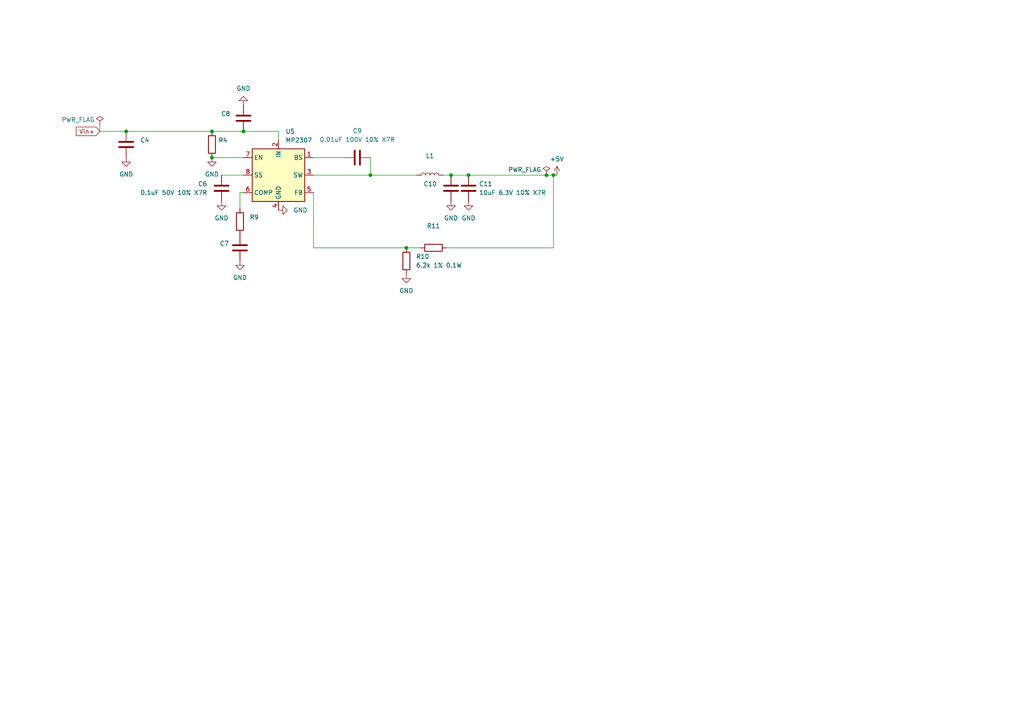
<source format=kicad_sch>
(kicad_sch (version 20211123) (generator eeschema)
  (paper "A4")
  (lib_symbols
    (symbol "Device:C" (pin_numbers hide) (pin_names (offset 0.254))
      (property "Reference" "C" (at 0.635 2.54 0))
      (property "Value" "C" (at 0.635 -2.54 0))
      (symbol "C_0_1"
        (polyline (pts (xy -2.032 -0.762) (xy 2.032 -0.762)) (stroke (width 0.508)))
        (polyline (pts (xy -2.032 0.762) (xy 2.032 0.762)) (stroke (width 0.508)))
      )
      (symbol "C_1_1"
        (pin passive line (at 0 3.81 270) (length 2.794) (name "~") (number "1"))
        (pin passive line (at 0 -3.81 90) (length 2.794) (name "~") (number "2"))
      )
    )
    (symbol "Device:L" (pin_numbers hide) (pin_names (offset 1.016) hide)
      (property "Reference" "L" (at -1.27 0 90))
      (property "Value" "L" (at 1.905 0 90))
      (symbol "L_0_1"
        (arc (start 0 -2.54) (mid 0.635 -1.905) (end 0 -1.27))
        (arc (start 0 -1.27) (mid 0.635 -0.635) (end 0 0))
        (arc (start 0 0) (mid 0.635 0.635) (end 0 1.27))
        (arc (start 0 1.27) (mid 0.635 1.905) (end 0 2.54))
      )
      (symbol "L_1_1"
        (pin passive line (at 0 3.81 270) (length 1.27) (name "1") (number "1"))
        (pin passive line (at 0 -3.81 90) (length 1.27) (name "2") (number "2"))
      )
    )
    (symbol "Device:R" (pin_numbers hide) (pin_names (offset 0))
      (property "Reference" "R" (at 2.032 0 90))
      (property "Value" "R" (at 0 0 90))
      (symbol "R_0_1"
        (rectangle (start -1.016 -2.54) (end 1.016 2.54) (stroke (width 0.254)))
      )
      (symbol "R_1_1"
        (pin passive line (at 0 3.81 270) (length 1.27) (name "~") (number "1"))
        (pin passive line (at 0 -3.81 90) (length 1.27) (name "~") (number "2"))
      )
    )
    (symbol "Regulator_Switching:MP2303ADN"
      (property "Reference" "U" (at -7.366 8.636 0))
      (property "Value" "MP2303ADN" (at 7.62 8.89 0))
      (symbol "MP2303ADN_0_1"
        (rectangle (start -7.62 7.62) (end 7.62 -7.62) (stroke (width 0.254)) (fill (type background)))
      )
      (symbol "MP2303ADN_1_1"
        (pin passive line (at 10.16 5.08 180) (length 2.54) (name "BS") (number "1"))
        (pin power_in line (at 0 10.16 270) (length 2.54) (name "IN") (number "2"))
        (pin output line (at 10.16 0 180) (length 2.54) (name "SW") (number "3"))
        (pin power_in line (at 0 -10.16 90) (length 2.54) (name "GND") (number "4"))
        (pin input line (at 10.16 -5.08 180) (length 2.54) (name "FB") (number "5"))
        (pin passive line (at -10.16 -5.08 0) (length 2.54) (name "COMP") (number "6"))
        (pin input line (at -10.16 5.08 0) (length 2.54) (name "EN") (number "7"))
        (pin input line (at -10.16 0 0) (length 2.54) (name "SS") (number "8"))
      )
    )
    (symbol "power:+5V" (power) (pin_names (offset 0))
      (property "Value" "+5V" (at 0 3.556 0))
      (symbol "+5V_0_1"
        (polyline (pts (xy -0.762 1.27) (xy 0 2.54)))
        (polyline (pts (xy 0 0) (xy 0 2.54)))
        (polyline (pts (xy 0 2.54) (xy 0.762 1.27)))
      )
      (symbol "+5V_1_1"
        (pin power_in line (at 0 0 90) (length 0) hide (name "+5V") (number "1"))
      )
    )
    (symbol "power:GND" (power) (pin_names (offset 0))
      (property "Value" "GND" (at 0 -3.81 0))
      (symbol "GND_0_1"
        (polyline (pts (xy 0 0) (xy 0 -1.27) (xy 1.27 -1.27) (xy 0 -2.54) (xy -1.27 -1.27) (xy 0 -1.27)))
      )
      (symbol "GND_1_1"
        (pin power_in line (at 0 0 270) (length 0) hide (name "GND") (number "1"))
      )
    )
    (symbol "power:PWR_FLAG" (power) (pin_numbers hide) (pin_names (offset 0) hide)
      (property "Value" "PWR_FLAG" (at 0 3.81 0))
      (symbol "PWR_FLAG_0_0"
        (pin power_out line (at 0 0 90) (length 0) (name "pwr") (number "1"))
      )
      (symbol "PWR_FLAG_0_1"
        (polyline (pts (xy 0 0) (xy 0 1.27) (xy -1.016 1.905) (xy 0 2.54) (xy 1.016 1.905) (xy 0 1.27)))
      )
    )
  )
  (junction (at 117.856 71.882))
  (junction (at 135.89 50.8))
  (junction (at 61.468 38.1))
  (junction (at 36.6014 38.1))
  (junction (at 158.496 50.8))
  (junction (at 130.81 50.8))
  (junction (at 160.528 50.8))
  (junction (at 61.468 45.72))
  (junction (at 107.442 50.8))
  (junction (at 70.612 38.1))
  (wire (pts (xy 64.262 50.8) (xy 70.612 50.8)))
  (wire (pts (xy 36.6014 38.1) (xy 61.468 38.1)))
  (wire (pts (xy 135.89 50.8) (xy 158.496 50.8)))
  (wire (pts (xy 158.496 50.8) (xy 160.528 50.8)))
  (wire (pts (xy 90.932 71.882) (xy 117.856 71.882)))
  (wire (pts (xy 130.81 50.8) (xy 135.89 50.8)))
  (wire (pts (xy 90.932 50.8) (xy 107.442 50.8)))
  (wire (pts (xy 90.932 45.72) (xy 99.822 45.72)))
  (wire (pts (xy 61.468 38.1) (xy 70.612 38.1)))
  (wire (pts (xy 128.524 50.8) (xy 130.81 50.8)))
  (wire (pts (xy 61.468 45.72) (xy 70.612 45.72)))
  (wire (pts (xy 117.856 71.882) (xy 121.92 71.882)))
  (wire (pts (xy 90.932 55.88) (xy 90.932 71.882)))
  (wire (pts (xy 107.442 45.72) (xy 107.442 50.8)))
  (wire (pts (xy 70.612 38.1) (xy 80.772 38.1)))
  (wire (pts (xy 69.596 55.88) (xy 70.612 55.88)))
  (wire (pts (xy 28.956 36.322) (xy 28.956 38.1)))
  (wire (pts (xy 28.956 38.1) (xy 36.6014 38.1)))
  (wire (pts (xy 129.54 71.882) (xy 160.528 71.882)))
  (wire (pts (xy 107.442 50.8) (xy 120.904 50.8)))
  (wire (pts (xy 69.596 60.452) (xy 69.596 55.88)))
  (wire (pts (xy 160.528 50.8) (xy 161.544 50.8)))
  (wire (pts (xy 80.772 40.64) (xy 80.772 38.1)))
  (wire (pts (xy 160.528 71.882) (xy 160.528 50.8)))
  (global_label "Vin+" (shape input) (at 28.956 38.1 180) (property "Intersheet References" "${INTERSHEET_REFS}" (effects hide)))
  (symbol (lib_id "Device:R") (at 125.73 71.882 90) (unit 1)
    (property "Reference" "R11" (at 125.73 65.532 90))
  )
  (symbol (lib_id "power:GND") (at 36.6014 45.72 0) (unit 1)
    (property "Reference" "#PWR010" (effects hide))
    (property "Value" "GND" (at 36.6014 50.546 0))
  )
  (symbol (lib_id "power:GND") (at 80.772 60.96 90) (unit 1)
    (property "Reference" "#PWR024" (effects hide))
    (property "Value" "GND" (at 85.09 60.9599 90) (effects (justify right)))
  )
  (symbol (lib_id "Device:C") (at 69.596 71.882 0) (mirror x) (unit 1)
    (property "Reference" "C7" (at 66.421 70.6119 0) (effects (justify right)))
  )
  (symbol (lib_id "power:+5V") (at 161.544 50.8 0) (unit 1)
    (property "Reference" "#PWR028" (effects hide))
    (property "Value" "+5V" (at 161.544 46.1264 0))
  )
  (symbol (lib_id "power:GND") (at 69.596 75.692 0) (unit 1)
    (property "Reference" "#PWR022" (effects hide))
    (property "Value" "GND" (at 69.596 80.518 0))
  )
  (symbol (lib_id "Device:C") (at 70.612 34.29 0) (mirror x) (unit 1)
    (property "Reference" "C8" (at 66.802 33.0199 0) (effects (justify right)))
  )
  (symbol (lib_id "Device:C") (at 103.632 45.72 90) (unit 1)
    (property "Reference" "C9" (at 103.632 37.9476 90))
    (property "Value" "0.01uF 100V 10% X7R" (at 103.632 40.4876 90))
    (property "Footprint" "Capacitor_SMD:C_0603_1608Metric" (effects hide))
  )
  (symbol (lib_id "power:GND") (at 70.612 30.48 180) (unit 1)
    (property "Reference" "#PWR023" (effects hide))
    (property "Value" "GND" (at 70.612 25.654 0))
  )
  (symbol (lib_id "Device:C") (at 64.262 54.61 0) (mirror x) (unit 1)
    (property "Reference" "C6" (at 60.1218 53.3399 0) (effects (justify right)))
    (property "Value" "0.1uF 50V 10% X7R" (at 60.1218 55.8799 0) (effects (justify right)))
    (property "Footprint" "Capacitor_SMD:C_0603_1608Metric" (effects hide))
  )
  (symbol (lib_id "Device:R") (at 61.468 41.91 180) (unit 1)
    (property "Reference" "R4" (at 63.2968 40.6399 0) (effects (justify right)))
  )
  (symbol (lib_id "Device:R") (at 117.856 75.692 180) (unit 1)
    (property "Reference" "R10" (at 120.65 74.4219 0) (effects (justify right)))
    (property "Value" "6.2k 1% 0.1W" (at 120.65 76.9619 0) (effects (justify right)))
    (property "Footprint" "Capacitor_SMD:C_0201_0603Metric" (effects hide))
  )
  (symbol (lib_id "Device:C") (at 135.89 54.61 0) (unit 1)
    (property "Reference" "C11" (at 138.9126 53.3399 0) (effects (justify left)))
    (property "Value" "10uF 6.3V 10% X7R" (at 138.9126 55.8799 0) (effects (justify left)))
    (property "Footprint" "Capacitor_SMD:C_0805_2012Metric" (effects hide))
  )
  (symbol (lib_id "power:PWR_FLAG") (at 158.496 50.8 0) (mirror y) (unit 1)
    (property "Reference" "#FLG02" (effects hide))
    (property "Value" "PWR_FLAG" (at 152.1968 49.2252 0))
  )
  (symbol (lib_id "Device:L") (at 124.714 50.8 90) (unit 1)
    (property "Reference" "L1" (at 124.714 45.212 90))
  )
  (symbol (lib_id "Regulator_Switching:MP2303ADN") (at 80.772 50.8 0) (unit 1)
    (property "Reference" "U5" (at 82.7914 38.1254 0) (effects (justify left)))
    (property "Value" "MP2307" (at 82.7914 40.6654 0) (effects (justify left)))
    (property "Footprint" "Package_SO:SOIC-8-1EP_3.9x4.9mm_P1.27mm_EP2.62x3.51mm" (effects hide))
    (property "Datasheet" "https://www.monolithicpower.com/pub/media/document/MP2303A_r1.1.pdf" (effects hide))
  )
  (symbol (lib_id "power:GND") (at 117.856 79.502 0) (unit 1)
    (property "Reference" "#PWR025" (effects hide))
    (property "Value" "GND" (at 117.856 84.328 0))
  )
  (symbol (lib_id "Device:C") (at 130.81 54.61 0) (mirror x) (unit 1)
    (property "Reference" "C10" (at 126.746 53.3399 0) (effects (justify right)))
  )
  (symbol (lib_id "power:PWR_FLAG") (at 28.956 36.322 0) (mirror y) (unit 1)
    (property "Reference" "#FLG0101" (effects hide))
    (property "Value" "PWR_FLAG" (at 22.6568 34.7472 0))
  )
  (symbol (lib_id "power:GND") (at 130.81 58.42 0) (unit 1)
    (property "Reference" "#PWR026" (effects hide))
    (property "Value" "GND" (at 130.81 63.246 0))
  )
  (symbol (lib_id "power:GND") (at 64.262 58.42 0) (unit 1)
    (property "Reference" "#PWR018" (effects hide))
    (property "Value" "GND" (at 64.262 63.246 0))
  )
  (symbol (lib_id "Device:R") (at 69.596 64.262 180) (unit 1)
    (property "Reference" "R9" (at 72.39 62.9919 0) (effects (justify right)))
  )
  (symbol (lib_id "power:GND") (at 135.89 58.42 0) (unit 1)
    (property "Reference" "#PWR027" (effects hide))
    (property "Value" "GND" (at 135.89 63.246 0))
  )
  (symbol (lib_id "power:GND") (at 61.468 45.72 0) (unit 1)
    (property "Reference" "#PWR014" (effects hide))
    (property "Value" "GND" (at 61.468 50.546 0))
  )
  (symbol (lib_id "Device:C") (at 36.6014 41.91 0) (unit 1)
    (property "Reference" "C4" (at 40.64 40.6399 0) (effects (justify left)))
  )
)
</source>
